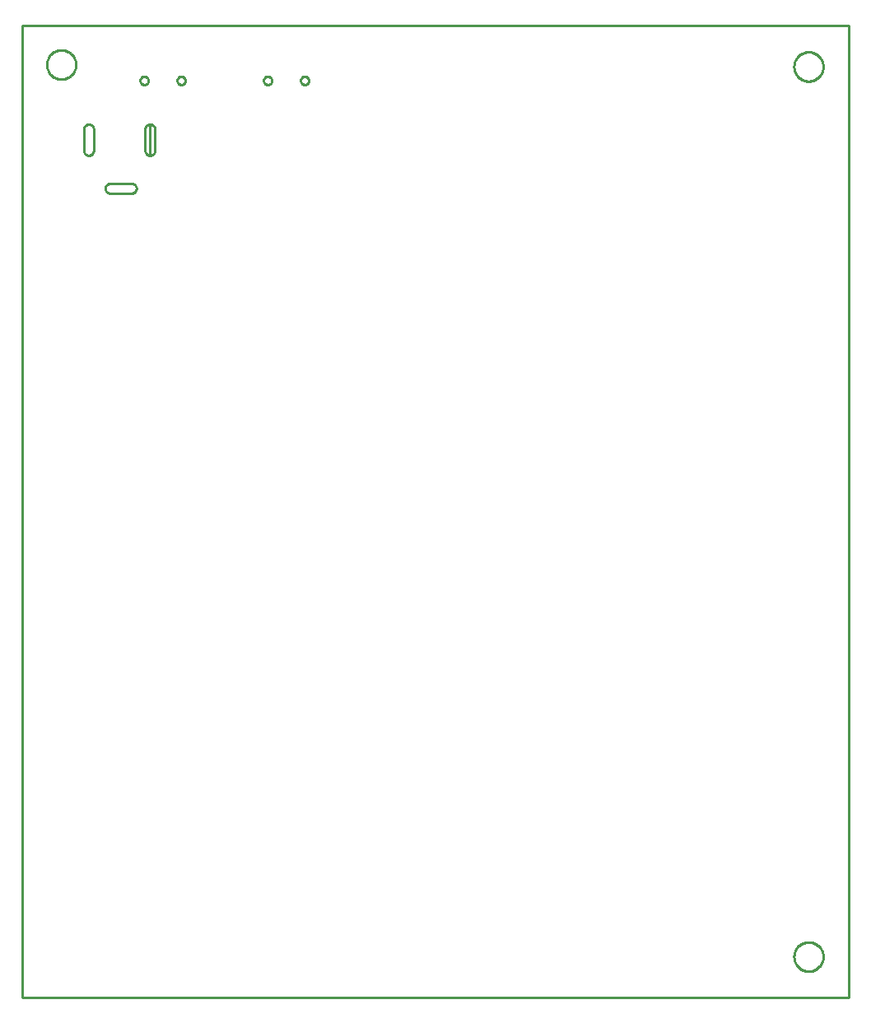
<source format=gbr>
G04 EAGLE Gerber X2 export*
G75*
%MOMM*%
%FSLAX34Y34*%
%LPD*%
%AMOC8*
5,1,8,0,0,1.08239X$1,22.5*%
G01*
%ADD10C,0.254000*%


D10*
X0Y0D02*
X850700Y0D01*
X850700Y1000000D01*
X0Y1000000D01*
X0Y0D01*
X85650Y832250D02*
X85669Y831814D01*
X85726Y831382D01*
X85820Y830956D01*
X85952Y830540D01*
X86118Y830137D01*
X86320Y829750D01*
X86554Y829382D01*
X86820Y829036D01*
X87114Y828714D01*
X87436Y828420D01*
X87782Y828154D01*
X88150Y827920D01*
X88537Y827718D01*
X88940Y827552D01*
X89356Y827420D01*
X89782Y827326D01*
X90214Y827269D01*
X90650Y827250D01*
X112650Y827250D01*
X113086Y827269D01*
X113518Y827326D01*
X113944Y827420D01*
X114360Y827552D01*
X114763Y827718D01*
X115150Y827920D01*
X115518Y828154D01*
X115864Y828420D01*
X116186Y828714D01*
X116480Y829036D01*
X116746Y829382D01*
X116980Y829750D01*
X117182Y830137D01*
X117348Y830540D01*
X117480Y830956D01*
X117574Y831382D01*
X117631Y831814D01*
X117650Y832250D01*
X117631Y832686D01*
X117574Y833118D01*
X117480Y833544D01*
X117348Y833960D01*
X117182Y834363D01*
X116980Y834750D01*
X116746Y835118D01*
X116480Y835464D01*
X116186Y835786D01*
X115864Y836080D01*
X115518Y836346D01*
X115150Y836580D01*
X114763Y836782D01*
X114360Y836948D01*
X113944Y837080D01*
X113518Y837174D01*
X113086Y837231D01*
X112650Y837250D01*
X90650Y837250D01*
X90214Y837231D01*
X89782Y837174D01*
X89356Y837080D01*
X88940Y836948D01*
X88537Y836782D01*
X88150Y836580D01*
X87782Y836346D01*
X87436Y836080D01*
X87114Y835786D01*
X86820Y835464D01*
X86554Y835118D01*
X86320Y834750D01*
X86118Y834363D01*
X85952Y833960D01*
X85820Y833544D01*
X85726Y833118D01*
X85669Y832686D01*
X85650Y832250D01*
X63650Y871250D02*
X63669Y870814D01*
X63726Y870382D01*
X63820Y869956D01*
X63952Y869540D01*
X64118Y869137D01*
X64320Y868750D01*
X64554Y868382D01*
X64820Y868036D01*
X65114Y867714D01*
X65436Y867420D01*
X65782Y867154D01*
X66150Y866920D01*
X66537Y866718D01*
X66940Y866552D01*
X67356Y866420D01*
X67782Y866326D01*
X68214Y866269D01*
X68650Y866250D01*
X69086Y866269D01*
X69518Y866326D01*
X69944Y866420D01*
X70360Y866552D01*
X70763Y866718D01*
X71150Y866920D01*
X71518Y867154D01*
X71864Y867420D01*
X72186Y867714D01*
X72480Y868036D01*
X72746Y868382D01*
X72980Y868750D01*
X73182Y869137D01*
X73348Y869540D01*
X73480Y869956D01*
X73574Y870382D01*
X73631Y870814D01*
X73650Y871250D01*
X73650Y893250D01*
X73631Y893686D01*
X73574Y894118D01*
X73480Y894544D01*
X73348Y894960D01*
X73182Y895363D01*
X72980Y895750D01*
X72746Y896118D01*
X72480Y896464D01*
X72186Y896786D01*
X71864Y897080D01*
X71518Y897346D01*
X71150Y897580D01*
X70763Y897782D01*
X70360Y897948D01*
X69944Y898080D01*
X69518Y898174D01*
X69086Y898231D01*
X68650Y898250D01*
X68214Y898231D01*
X67782Y898174D01*
X67356Y898080D01*
X66940Y897948D01*
X66537Y897782D01*
X66150Y897580D01*
X65782Y897346D01*
X65436Y897080D01*
X65114Y896786D01*
X64820Y896464D01*
X64554Y896118D01*
X64320Y895750D01*
X64118Y895363D01*
X63952Y894960D01*
X63820Y894544D01*
X63726Y894118D01*
X63669Y893686D01*
X63650Y893250D01*
X63650Y871250D01*
X131650Y866250D02*
X132086Y866269D01*
X132518Y866326D01*
X132944Y866420D01*
X133360Y866552D01*
X133763Y866718D01*
X134150Y866920D01*
X134518Y867154D01*
X134864Y867420D01*
X135186Y867714D01*
X135480Y868036D01*
X135746Y868382D01*
X135980Y868750D01*
X136182Y869137D01*
X136348Y869540D01*
X136480Y869956D01*
X136574Y870382D01*
X136631Y870814D01*
X136650Y871250D01*
X136650Y893250D01*
X136631Y893686D01*
X136574Y894118D01*
X136480Y894544D01*
X136348Y894960D01*
X136182Y895363D01*
X135980Y895750D01*
X135746Y896118D01*
X135480Y896464D01*
X135186Y896786D01*
X134864Y897080D01*
X134518Y897346D01*
X134150Y897580D01*
X133763Y897782D01*
X133360Y897948D01*
X132944Y898080D01*
X132518Y898174D01*
X132086Y898231D01*
X131650Y898250D01*
X131650Y866250D01*
X126650Y871250D02*
X126669Y870814D01*
X126726Y870382D01*
X126820Y869956D01*
X126952Y869540D01*
X127118Y869137D01*
X127320Y868750D01*
X127554Y868382D01*
X127820Y868036D01*
X128114Y867714D01*
X128436Y867420D01*
X128782Y867154D01*
X129150Y866920D01*
X129537Y866718D01*
X129940Y866552D01*
X130356Y866420D01*
X130782Y866326D01*
X131214Y866269D01*
X131650Y866250D01*
X131650Y898250D01*
X131214Y898231D01*
X130782Y898174D01*
X130356Y898080D01*
X129940Y897948D01*
X129537Y897782D01*
X129150Y897580D01*
X128782Y897346D01*
X128436Y897080D01*
X128114Y896786D01*
X127820Y896464D01*
X127554Y896118D01*
X127320Y895750D01*
X127118Y895363D01*
X126952Y894960D01*
X126820Y894544D01*
X126726Y894118D01*
X126669Y893686D01*
X126650Y893250D01*
X126650Y871250D01*
X126650Y871250D02*
X126669Y870814D01*
X126726Y870382D01*
X126820Y869956D01*
X126952Y869540D01*
X127118Y869137D01*
X127320Y868750D01*
X127554Y868382D01*
X127820Y868036D01*
X128114Y867714D01*
X128436Y867420D01*
X128782Y867154D01*
X129150Y866920D01*
X129537Y866718D01*
X129940Y866552D01*
X130356Y866420D01*
X130782Y866326D01*
X131214Y866269D01*
X131650Y866250D01*
X132086Y866269D01*
X132518Y866326D01*
X132944Y866420D01*
X133360Y866552D01*
X133763Y866718D01*
X134150Y866920D01*
X134518Y867154D01*
X134864Y867420D01*
X135186Y867714D01*
X135480Y868036D01*
X135746Y868382D01*
X135980Y868750D01*
X136182Y869137D01*
X136348Y869540D01*
X136480Y869956D01*
X136574Y870382D01*
X136631Y870814D01*
X136650Y871250D01*
X136650Y893250D01*
X136631Y893686D01*
X136574Y894118D01*
X136480Y894544D01*
X136348Y894960D01*
X136182Y895363D01*
X135980Y895750D01*
X135746Y896118D01*
X135480Y896464D01*
X135186Y896786D01*
X134864Y897080D01*
X134518Y897346D01*
X134150Y897580D01*
X133763Y897782D01*
X133360Y897948D01*
X132944Y898080D01*
X132518Y898174D01*
X132086Y898231D01*
X131650Y898250D01*
X131214Y898231D01*
X130782Y898174D01*
X130356Y898080D01*
X129940Y897948D01*
X129537Y897782D01*
X129150Y897580D01*
X128782Y897346D01*
X128436Y897080D01*
X128114Y896786D01*
X127820Y896464D01*
X127554Y896118D01*
X127320Y895750D01*
X127118Y895363D01*
X126952Y894960D01*
X126820Y894544D01*
X126726Y894118D01*
X126669Y893686D01*
X126650Y893250D01*
X126650Y871250D01*
X290501Y938950D02*
X289949Y939023D01*
X289411Y939167D01*
X288896Y939380D01*
X288414Y939659D01*
X287972Y939998D01*
X287578Y940392D01*
X287239Y940834D01*
X286960Y941316D01*
X286747Y941831D01*
X286603Y942369D01*
X286530Y942921D01*
X286530Y943479D01*
X286603Y944031D01*
X286747Y944569D01*
X286960Y945084D01*
X287239Y945566D01*
X287578Y946008D01*
X287972Y946402D01*
X288414Y946741D01*
X288896Y947020D01*
X289411Y947233D01*
X289949Y947377D01*
X290501Y947450D01*
X291059Y947450D01*
X291611Y947377D01*
X292149Y947233D01*
X292664Y947020D01*
X293146Y946741D01*
X293588Y946402D01*
X293982Y946008D01*
X294321Y945566D01*
X294600Y945084D01*
X294813Y944569D01*
X294957Y944031D01*
X295030Y943479D01*
X295030Y942921D01*
X294957Y942369D01*
X294813Y941831D01*
X294600Y941316D01*
X294321Y940834D01*
X293982Y940392D01*
X293588Y939998D01*
X293146Y939659D01*
X292664Y939380D01*
X292149Y939167D01*
X291611Y939023D01*
X291059Y938950D01*
X290501Y938950D01*
X252501Y938950D02*
X251949Y939023D01*
X251411Y939167D01*
X250896Y939380D01*
X250414Y939659D01*
X249972Y939998D01*
X249578Y940392D01*
X249239Y940834D01*
X248960Y941316D01*
X248747Y941831D01*
X248603Y942369D01*
X248530Y942921D01*
X248530Y943479D01*
X248603Y944031D01*
X248747Y944569D01*
X248960Y945084D01*
X249239Y945566D01*
X249578Y946008D01*
X249972Y946402D01*
X250414Y946741D01*
X250896Y947020D01*
X251411Y947233D01*
X251949Y947377D01*
X252501Y947450D01*
X253059Y947450D01*
X253611Y947377D01*
X254149Y947233D01*
X254664Y947020D01*
X255146Y946741D01*
X255588Y946402D01*
X255982Y946008D01*
X256321Y945566D01*
X256600Y945084D01*
X256813Y944569D01*
X256957Y944031D01*
X257030Y943479D01*
X257030Y942921D01*
X256957Y942369D01*
X256813Y941831D01*
X256600Y941316D01*
X256321Y940834D01*
X255982Y940392D01*
X255588Y939998D01*
X255146Y939659D01*
X254664Y939380D01*
X254149Y939167D01*
X253611Y939023D01*
X253059Y938950D01*
X252501Y938950D01*
X163501Y938950D02*
X162949Y939023D01*
X162411Y939167D01*
X161896Y939380D01*
X161414Y939659D01*
X160972Y939998D01*
X160578Y940392D01*
X160239Y940834D01*
X159960Y941316D01*
X159747Y941831D01*
X159603Y942369D01*
X159530Y942921D01*
X159530Y943479D01*
X159603Y944031D01*
X159747Y944569D01*
X159960Y945084D01*
X160239Y945566D01*
X160578Y946008D01*
X160972Y946402D01*
X161414Y946741D01*
X161896Y947020D01*
X162411Y947233D01*
X162949Y947377D01*
X163501Y947450D01*
X164059Y947450D01*
X164611Y947377D01*
X165149Y947233D01*
X165664Y947020D01*
X166146Y946741D01*
X166588Y946402D01*
X166982Y946008D01*
X167321Y945566D01*
X167600Y945084D01*
X167813Y944569D01*
X167957Y944031D01*
X168030Y943479D01*
X168030Y942921D01*
X167957Y942369D01*
X167813Y941831D01*
X167600Y941316D01*
X167321Y940834D01*
X166982Y940392D01*
X166588Y939998D01*
X166146Y939659D01*
X165664Y939380D01*
X165149Y939167D01*
X164611Y939023D01*
X164059Y938950D01*
X163501Y938950D01*
X125501Y938950D02*
X124949Y939023D01*
X124411Y939167D01*
X123896Y939380D01*
X123414Y939659D01*
X122972Y939998D01*
X122578Y940392D01*
X122239Y940834D01*
X121960Y941316D01*
X121747Y941831D01*
X121603Y942369D01*
X121530Y942921D01*
X121530Y943479D01*
X121603Y944031D01*
X121747Y944569D01*
X121960Y945084D01*
X122239Y945566D01*
X122578Y946008D01*
X122972Y946402D01*
X123414Y946741D01*
X123896Y947020D01*
X124411Y947233D01*
X124949Y947377D01*
X125501Y947450D01*
X126059Y947450D01*
X126611Y947377D01*
X127149Y947233D01*
X127664Y947020D01*
X128146Y946741D01*
X128588Y946402D01*
X128982Y946008D01*
X129321Y945566D01*
X129600Y945084D01*
X129813Y944569D01*
X129957Y944031D01*
X130030Y943479D01*
X130030Y942921D01*
X129957Y942369D01*
X129813Y941831D01*
X129600Y941316D01*
X129321Y940834D01*
X128982Y940392D01*
X128588Y939998D01*
X128146Y939659D01*
X127664Y939380D01*
X127149Y939167D01*
X126611Y939023D01*
X126059Y938950D01*
X125501Y938950D01*
X823990Y957044D02*
X823914Y955976D01*
X823761Y954915D01*
X823533Y953868D01*
X823231Y952840D01*
X822857Y951836D01*
X822412Y950861D01*
X821898Y949921D01*
X821319Y949020D01*
X820677Y948162D01*
X819975Y947352D01*
X819218Y946595D01*
X818408Y945893D01*
X817550Y945251D01*
X816649Y944672D01*
X815709Y944158D01*
X814734Y943713D01*
X813730Y943339D01*
X812702Y943037D01*
X811655Y942809D01*
X810594Y942656D01*
X809526Y942580D01*
X808454Y942580D01*
X807386Y942656D01*
X806325Y942809D01*
X805278Y943037D01*
X804250Y943339D01*
X803246Y943713D01*
X802271Y944158D01*
X801331Y944672D01*
X800430Y945251D01*
X799572Y945893D01*
X798762Y946595D01*
X798005Y947352D01*
X797303Y948162D01*
X796661Y949020D01*
X796082Y949921D01*
X795568Y950861D01*
X795123Y951836D01*
X794749Y952840D01*
X794447Y953868D01*
X794219Y954915D01*
X794066Y955976D01*
X793990Y957044D01*
X793990Y958116D01*
X794066Y959184D01*
X794219Y960245D01*
X794447Y961292D01*
X794749Y962320D01*
X795123Y963324D01*
X795568Y964299D01*
X796082Y965239D01*
X796661Y966140D01*
X797303Y966998D01*
X798005Y967808D01*
X798762Y968565D01*
X799572Y969267D01*
X800430Y969909D01*
X801331Y970488D01*
X802271Y971002D01*
X803246Y971447D01*
X804250Y971821D01*
X805278Y972123D01*
X806325Y972351D01*
X807386Y972504D01*
X808454Y972580D01*
X809526Y972580D01*
X810594Y972504D01*
X811655Y972351D01*
X812702Y972123D01*
X813730Y971821D01*
X814734Y971447D01*
X815709Y971002D01*
X816649Y970488D01*
X817550Y969909D01*
X818408Y969267D01*
X819218Y968565D01*
X819975Y967808D01*
X820677Y966998D01*
X821319Y966140D01*
X821898Y965239D01*
X822412Y964299D01*
X822857Y963324D01*
X823231Y962320D01*
X823533Y961292D01*
X823761Y960245D01*
X823914Y959184D01*
X823990Y958116D01*
X823990Y957044D01*
X823990Y41374D02*
X823914Y40306D01*
X823761Y39245D01*
X823533Y38198D01*
X823231Y37170D01*
X822857Y36166D01*
X822412Y35191D01*
X821898Y34251D01*
X821319Y33350D01*
X820677Y32492D01*
X819975Y31682D01*
X819218Y30925D01*
X818408Y30223D01*
X817550Y29581D01*
X816649Y29002D01*
X815709Y28488D01*
X814734Y28043D01*
X813730Y27669D01*
X812702Y27367D01*
X811655Y27139D01*
X810594Y26986D01*
X809526Y26910D01*
X808454Y26910D01*
X807386Y26986D01*
X806325Y27139D01*
X805278Y27367D01*
X804250Y27669D01*
X803246Y28043D01*
X802271Y28488D01*
X801331Y29002D01*
X800430Y29581D01*
X799572Y30223D01*
X798762Y30925D01*
X798005Y31682D01*
X797303Y32492D01*
X796661Y33350D01*
X796082Y34251D01*
X795568Y35191D01*
X795123Y36166D01*
X794749Y37170D01*
X794447Y38198D01*
X794219Y39245D01*
X794066Y40306D01*
X793990Y41374D01*
X793990Y42446D01*
X794066Y43514D01*
X794219Y44575D01*
X794447Y45622D01*
X794749Y46650D01*
X795123Y47654D01*
X795568Y48629D01*
X796082Y49569D01*
X796661Y50470D01*
X797303Y51328D01*
X798005Y52138D01*
X798762Y52895D01*
X799572Y53597D01*
X800430Y54239D01*
X801331Y54818D01*
X802271Y55332D01*
X803246Y55777D01*
X804250Y56151D01*
X805278Y56453D01*
X806325Y56681D01*
X807386Y56834D01*
X808454Y56910D01*
X809526Y56910D01*
X810594Y56834D01*
X811655Y56681D01*
X812702Y56453D01*
X813730Y56151D01*
X814734Y55777D01*
X815709Y55332D01*
X816649Y54818D01*
X817550Y54239D01*
X818408Y53597D01*
X819218Y52895D01*
X819975Y52138D01*
X820677Y51328D01*
X821319Y50470D01*
X821898Y49569D01*
X822412Y48629D01*
X822857Y47654D01*
X823231Y46650D01*
X823533Y45622D01*
X823761Y44575D01*
X823914Y43514D01*
X823990Y42446D01*
X823990Y41374D01*
X55386Y959076D02*
X55310Y958008D01*
X55157Y956947D01*
X54929Y955900D01*
X54627Y954872D01*
X54253Y953868D01*
X53808Y952893D01*
X53294Y951953D01*
X52715Y951052D01*
X52073Y950194D01*
X51371Y949384D01*
X50614Y948627D01*
X49804Y947925D01*
X48946Y947283D01*
X48045Y946704D01*
X47105Y946190D01*
X46130Y945745D01*
X45126Y945371D01*
X44098Y945069D01*
X43051Y944841D01*
X41990Y944688D01*
X40922Y944612D01*
X39850Y944612D01*
X38782Y944688D01*
X37721Y944841D01*
X36674Y945069D01*
X35646Y945371D01*
X34642Y945745D01*
X33667Y946190D01*
X32727Y946704D01*
X31826Y947283D01*
X30968Y947925D01*
X30158Y948627D01*
X29401Y949384D01*
X28699Y950194D01*
X28057Y951052D01*
X27478Y951953D01*
X26964Y952893D01*
X26519Y953868D01*
X26145Y954872D01*
X25843Y955900D01*
X25615Y956947D01*
X25462Y958008D01*
X25386Y959076D01*
X25386Y960148D01*
X25462Y961216D01*
X25615Y962277D01*
X25843Y963324D01*
X26145Y964352D01*
X26519Y965356D01*
X26964Y966331D01*
X27478Y967271D01*
X28057Y968172D01*
X28699Y969030D01*
X29401Y969840D01*
X30158Y970597D01*
X30968Y971299D01*
X31826Y971941D01*
X32727Y972520D01*
X33667Y973034D01*
X34642Y973479D01*
X35646Y973853D01*
X36674Y974155D01*
X37721Y974383D01*
X38782Y974536D01*
X39850Y974612D01*
X40922Y974612D01*
X41990Y974536D01*
X43051Y974383D01*
X44098Y974155D01*
X45126Y973853D01*
X46130Y973479D01*
X47105Y973034D01*
X48045Y972520D01*
X48946Y971941D01*
X49804Y971299D01*
X50614Y970597D01*
X51371Y969840D01*
X52073Y969030D01*
X52715Y968172D01*
X53294Y967271D01*
X53808Y966331D01*
X54253Y965356D01*
X54627Y964352D01*
X54929Y963324D01*
X55157Y962277D01*
X55310Y961216D01*
X55386Y960148D01*
X55386Y959076D01*
M02*

</source>
